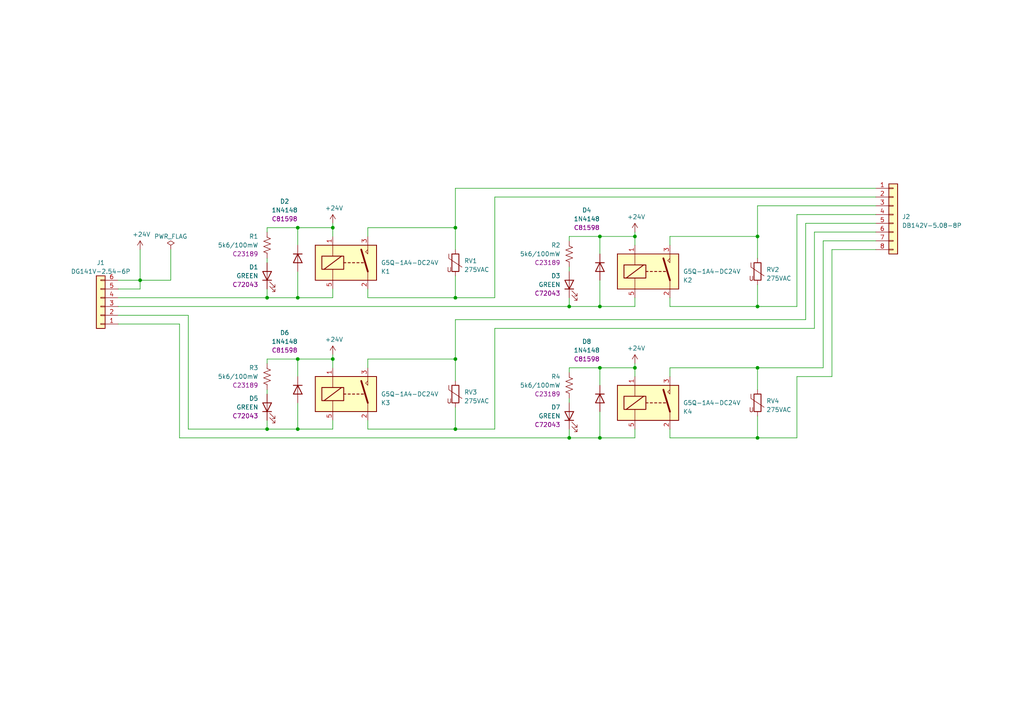
<source format=kicad_sch>
(kicad_sch (version 20230121) (generator eeschema)
  (paper "A4")
  (title_block (title "4x 24V 8A Relay Module") (date "2023-05-21") (rev "V1"))
  (lib_symbols
    (symbol "Connector_Generic:Conn_01x06" (pin_names (offset 1.016) hide)
      (property "Reference" "J" (at 0 7.62 0))
      (property "Value" "Conn_01x06" (at 0 -10.16 0))
      (symbol "Conn_01x06_1_1"
        (rectangle (start -1.27 -7.493) (end 0 -7.747) (stroke (width 0.1524)))
        (rectangle (start -1.27 -4.953) (end 0 -5.207) (stroke (width 0.1524)))
        (rectangle (start -1.27 -2.413) (end 0 -2.667) (stroke (width 0.1524)))
        (rectangle (start -1.27 0.127) (end 0 -0.127) (stroke (width 0.1524)))
        (rectangle (start -1.27 2.667) (end 0 2.413) (stroke (width 0.1524)))
        (rectangle (start -1.27 5.207) (end 0 4.953) (stroke (width 0.1524)))
        (rectangle (start -1.27 6.35) (end 1.27 -8.89) (stroke (width 0.254)) (fill (type background)))
        (pin passive line (at -5.08 5.08 0) (length 3.81) (name "Pin_1") (number "1"))
        (pin passive line (at -5.08 2.54 0) (length 3.81) (name "Pin_2") (number "2"))
        (pin passive line (at -5.08 0 0) (length 3.81) (name "Pin_3") (number "3"))
        (pin passive line (at -5.08 -2.54 0) (length 3.81) (name "Pin_4") (number "4"))
        (pin passive line (at -5.08 -5.08 0) (length 3.81) (name "Pin_5") (number "5"))
        (pin passive line (at -5.08 -7.62 0) (length 3.81) (name "Pin_6") (number "6"))
      )
    )
    (symbol "Connector_Generic:Conn_01x08" (pin_names (offset 1.016) hide)
      (property "Reference" "J" (at 0 10.16 0))
      (property "Value" "Conn_01x08" (at 0 -12.7 0))
      (symbol "Conn_01x08_1_1"
        (rectangle (start -1.27 -10.033) (end 0 -10.287) (stroke (width 0.1524)))
        (rectangle (start -1.27 -7.493) (end 0 -7.747) (stroke (width 0.1524)))
        (rectangle (start -1.27 -4.953) (end 0 -5.207) (stroke (width 0.1524)))
        (rectangle (start -1.27 -2.413) (end 0 -2.667) (stroke (width 0.1524)))
        (rectangle (start -1.27 0.127) (end 0 -0.127) (stroke (width 0.1524)))
        (rectangle (start -1.27 2.667) (end 0 2.413) (stroke (width 0.1524)))
        (rectangle (start -1.27 5.207) (end 0 4.953) (stroke (width 0.1524)))
        (rectangle (start -1.27 7.747) (end 0 7.493) (stroke (width 0.1524)))
        (rectangle (start -1.27 8.89) (end 1.27 -11.43) (stroke (width 0.254)) (fill (type background)))
        (pin passive line (at -5.08 7.62 0) (length 3.81) (name "Pin_1") (number "1"))
        (pin passive line (at -5.08 5.08 0) (length 3.81) (name "Pin_2") (number "2"))
        (pin passive line (at -5.08 2.54 0) (length 3.81) (name "Pin_3") (number "3"))
        (pin passive line (at -5.08 0 0) (length 3.81) (name "Pin_4") (number "4"))
        (pin passive line (at -5.08 -2.54 0) (length 3.81) (name "Pin_5") (number "5"))
        (pin passive line (at -5.08 -5.08 0) (length 3.81) (name "Pin_6") (number "6"))
        (pin passive line (at -5.08 -7.62 0) (length 3.81) (name "Pin_7") (number "7"))
        (pin passive line (at -5.08 -10.16 0) (length 3.81) (name "Pin_8") (number "8"))
      )
    )
    (symbol "Device:D" (pin_numbers hide) (pin_names (offset 1.016) hide)
      (property "Reference" "D" (at 0 2.54 0))
      (property "Value" "D" (at 0 -2.54 0))
      (symbol "D_0_1"
        (polyline (pts (xy -1.27 1.27) (xy -1.27 -1.27)) (stroke (width 0.254)))
        (polyline (pts (xy 1.27 0) (xy -1.27 0)))
        (polyline (pts (xy 1.27 1.27) (xy 1.27 -1.27) (xy -1.27 0) (xy 1.27 1.27)) (stroke (width 0.254)))
      )
      (symbol "D_1_1"
        (pin passive line (at -3.81 0 0) (length 2.54) (name "K") (number "1"))
        (pin passive line (at 3.81 0 180) (length 2.54) (name "A") (number "2"))
      )
    )
    (symbol "Device:LED" (pin_numbers hide) (pin_names (offset 1.016) hide)
      (property "Reference" "D" (at 0 2.54 0))
      (property "Value" "LED" (at 0 -2.54 0))
      (symbol "LED_0_1"
        (polyline (pts (xy -1.27 -1.27) (xy -1.27 1.27)) (stroke (width 0.254)))
        (polyline (pts (xy -1.27 0) (xy 1.27 0)))
        (polyline (pts (xy 1.27 -1.27) (xy 1.27 1.27) (xy -1.27 0) (xy 1.27 -1.27)) (stroke (width 0.254)))
        (polyline (pts (xy -3.048 -0.762) (xy -4.572 -2.286) (xy -3.81 -2.286) (xy -4.572 -2.286) (xy -4.572 -1.524)))
        (polyline (pts (xy -1.778 -0.762) (xy -3.302 -2.286) (xy -2.54 -2.286) (xy -3.302 -2.286) (xy -3.302 -1.524)))
      )
      (symbol "LED_1_1"
        (pin passive line (at -3.81 0 0) (length 2.54) (name "K") (number "1"))
        (pin passive line (at 3.81 0 180) (length 2.54) (name "A") (number "2"))
      )
    )
    (symbol "Device:R_US" (pin_numbers hide) (pin_names (offset 0))
      (property "Reference" "R" (at 2.54 0 90))
      (property "Value" "R_US" (at -2.54 0 90))
      (symbol "R_US_0_1"
        (polyline (pts (xy 0 -2.286) (xy 0 -2.54)))
        (polyline (pts (xy 0 2.286) (xy 0 2.54)))
        (polyline (pts (xy 0 -0.762) (xy 1.016 -1.143) (xy 0 -1.524) (xy -1.016 -1.905) (xy 0 -2.286)))
        (polyline (pts (xy 0 0.762) (xy 1.016 0.381) (xy 0 0) (xy -1.016 -0.381) (xy 0 -0.762)))
        (polyline (pts (xy 0 2.286) (xy 1.016 1.905) (xy 0 1.524) (xy -1.016 1.143) (xy 0 0.762)))
      )
      (symbol "R_US_1_1"
        (pin passive line (at 0 3.81 270) (length 1.27) (name "~") (number "1"))
        (pin passive line (at 0 -3.81 90) (length 1.27) (name "~") (number "2"))
      )
    )
    (symbol "Device:Varistor" (pin_numbers hide) (pin_names (offset 0))
      (property "Reference" "RV" (at 3.175 0 90))
      (property "Value" "Varistor" (at -3.175 0 90))
      (symbol "Varistor_0_0"
        (text "U" (at -1.778 -2.032 0) (effects (font (size 1.27 1.27))))
      )
      (symbol "Varistor_0_1"
        (rectangle (start -1.016 -2.54) (end 1.016 2.54) (stroke (width 0.254)))
        (polyline (pts (xy -1.905 2.54) (xy -1.905 1.27) (xy 1.905 -1.27)))
      )
      (symbol "Varistor_1_1"
        (pin passive line (at 0 3.81 270) (length 1.27) (name "~") (number "1"))
        (pin passive line (at 0 -3.81 90) (length 1.27) (name "~") (number "2"))
      )
    )
    (symbol "Tales:G5Q-1A"
      (property "Reference" "K" (at 8.89 3.81 0))
      (property "Value" "G5Q-1A" (at 8.89 1.27 0))
      (symbol "G5Q-1A_0_0"
        (polyline (pts (xy 5.08 5.08) (xy 5.08 2.54) (xy 4.445 3.175) (xy 5.08 3.81)))
      )
      (symbol "G5Q-1A_0_1"
        (rectangle (start -10.16 5.08) (end 7.62 -5.08) (stroke (width 0.254)) (fill (type background)))
        (rectangle (start -8.255 1.905) (end -1.905 -1.905) (stroke (width 0.254)))
        (polyline (pts (xy -7.62 -1.905) (xy -2.54 1.905)) (stroke (width 0.254)))
        (polyline (pts (xy -5.08 -5.08) (xy -5.08 -1.905)))
        (polyline (pts (xy -5.08 5.08) (xy -5.08 1.905)))
        (polyline (pts (xy -1.905 0) (xy -1.27 0)) (stroke (width 0.254)))
        (polyline (pts (xy -0.635 0) (xy 0 0)) (stroke (width 0.254)))
        (polyline (pts (xy 0.635 0) (xy 1.27 0)) (stroke (width 0.254)))
        (polyline (pts (xy 1.905 0) (xy 2.54 0)) (stroke (width 0.254)))
        (polyline (pts (xy 3.175 0) (xy 3.81 0)) (stroke (width 0.254)))
        (polyline (pts (xy 5.08 -2.54) (xy 3.175 3.81)) (stroke (width 0.508)))
        (polyline (pts (xy 5.08 -2.54) (xy 5.08 -5.08)))
      )
      (symbol "G5Q-1A_1_1"
        (pin passive line (at -5.08 7.62 270) (length 2.54) (name "~") (number "1"))
        (pin passive line (at 5.08 -7.62 90) (length 2.54) (name "~") (number "2"))
        (pin passive line (at 5.08 7.62 270) (length 2.54) (name "~") (number "3"))
        (pin passive line (at -5.08 -7.62 90) (length 2.54) (name "~") (number "5"))
      )
    )
    (symbol "power:+24V" (power) (pin_names (offset 0))
      (property "Value" "+24V" (at 0 3.556 0))
      (symbol "+24V_0_1"
        (polyline (pts (xy -0.762 1.27) (xy 0 2.54)))
        (polyline (pts (xy 0 0) (xy 0 2.54)))
        (polyline (pts (xy 0 2.54) (xy 0.762 1.27)))
      )
      (symbol "+24V_1_1"
        (pin power_in line (at 0 0 90) (length 0) hide (name "+24V") (number "1"))
      )
    )
    (symbol "power:PWR_FLAG" (power) (pin_numbers hide) (pin_names (offset 0) hide)
      (property "Value" "PWR_FLAG" (at 0 3.81 0))
      (symbol "PWR_FLAG_0_0"
        (pin power_out line (at 0 0 90) (length 0) (name "pwr") (number "1"))
      )
      (symbol "PWR_FLAG_0_1"
        (polyline (pts (xy 0 0) (xy 0 1.27) (xy -1.016 1.905) (xy 0 2.54) (xy 1.016 1.905) (xy 0 1.27)))
      )
    )
  )
  (junction (at 77.47 124.46))
  (junction (at 184.15 68.58))
  (junction (at 132.08 104.14))
  (junction (at 173.99 88.9))
  (junction (at 219.71 88.9))
  (junction (at 219.71 106.68))
  (junction (at 173.99 106.68))
  (junction (at 86.36 124.46))
  (junction (at 96.52 104.14))
  (junction (at 86.36 104.14))
  (junction (at 132.08 86.36))
  (junction (at 86.36 66.04))
  (junction (at 96.52 66.04))
  (junction (at 219.71 127))
  (junction (at 219.71 68.58))
  (junction (at 165.1 88.9))
  (junction (at 165.1 127))
  (junction (at 173.99 127))
  (junction (at 40.64 81.28))
  (junction (at 184.15 106.68))
  (junction (at 132.08 124.46))
  (junction (at 132.08 66.04))
  (junction (at 86.36 86.36))
  (junction (at 173.99 68.58))
  (junction (at 77.47 86.36))
  (wire (pts (xy 77.47 86.36) (xy 86.36 86.36)))
  (wire (pts (xy 132.08 124.46) (xy 106.68 124.46)))
  (wire (pts (xy 54.61 124.46) (xy 77.47 124.46)))
  (wire (pts (xy 96.52 102.87) (xy 96.52 104.14)))
  (wire (pts (xy 165.1 77.47) (xy 165.1 78.74)))
  (wire (pts (xy 96.52 121.92) (xy 96.52 124.46)))
  (wire (pts (xy 77.47 121.92) (xy 77.47 124.46)))
  (wire (pts (xy 143.51 57.15) (xy 143.51 86.36)))
  (wire (pts (xy 132.08 92.71) (xy 233.68 92.71)))
  (wire (pts (xy 173.99 119.38) (xy 173.99 127)))
  (wire (pts (xy 173.99 88.9) (xy 184.15 88.9)))
  (wire (pts (xy 194.31 106.68) (xy 194.31 109.22)))
  (wire (pts (xy 86.36 71.12) (xy 86.36 66.04)))
  (wire (pts (xy 184.15 86.36) (xy 184.15 88.9)))
  (wire (pts (xy 34.29 88.9) (xy 165.1 88.9)))
  (wire (pts (xy 40.64 72.39) (xy 40.64 81.28)))
  (wire (pts (xy 34.29 86.36) (xy 77.47 86.36)))
  (wire (pts (xy 165.1 106.68) (xy 165.1 107.95)))
  (wire (pts (xy 194.31 68.58) (xy 194.31 71.12)))
  (wire (pts (xy 34.29 81.28) (xy 40.64 81.28)))
  (wire (pts (xy 132.08 86.36) (xy 106.68 86.36)))
  (wire (pts (xy 143.51 124.46) (xy 132.08 124.46)))
  (wire (pts (xy 132.08 54.61) (xy 254 54.61)))
  (wire (pts (xy 184.15 67.31) (xy 184.15 68.58)))
  (wire (pts (xy 86.36 66.04) (xy 96.52 66.04)))
  (wire (pts (xy 54.61 124.46) (xy 54.61 91.44)))
  (wire (pts (xy 77.47 104.14) (xy 77.47 105.41)))
  (wire (pts (xy 219.71 113.03) (xy 219.71 106.68)))
  (wire (pts (xy 77.47 104.14) (xy 86.36 104.14)))
  (wire (pts (xy 132.08 54.61) (xy 132.08 66.04)))
  (wire (pts (xy 184.15 106.68) (xy 184.15 109.22)))
  (wire (pts (xy 165.1 127) (xy 173.99 127)))
  (wire (pts (xy 194.31 68.58) (xy 219.71 68.58)))
  (wire (pts (xy 219.71 88.9) (xy 194.31 88.9)))
  (wire (pts (xy 219.71 82.55) (xy 219.71 88.9)))
  (wire (pts (xy 96.52 83.82) (xy 96.52 86.36)))
  (wire (pts (xy 173.99 68.58) (xy 184.15 68.58)))
  (wire (pts (xy 77.47 66.04) (xy 86.36 66.04)))
  (wire (pts (xy 165.1 68.58) (xy 165.1 69.85)))
  (wire (pts (xy 173.99 73.66) (xy 173.99 68.58)))
  (wire (pts (xy 165.1 68.58) (xy 173.99 68.58)))
  (wire (pts (xy 77.47 66.04) (xy 77.47 67.31)))
  (wire (pts (xy 143.51 95.25) (xy 236.22 95.25)))
  (wire (pts (xy 173.99 111.76) (xy 173.99 106.68)))
  (wire (pts (xy 52.07 127) (xy 165.1 127)))
  (wire (pts (xy 238.76 69.85) (xy 238.76 106.68)))
  (wire (pts (xy 173.99 106.68) (xy 184.15 106.68)))
  (wire (pts (xy 106.68 104.14) (xy 132.08 104.14)))
  (wire (pts (xy 236.22 67.31) (xy 254 67.31)))
  (wire (pts (xy 241.3 72.39) (xy 241.3 109.22)))
  (wire (pts (xy 96.52 66.04) (xy 96.52 68.58)))
  (wire (pts (xy 54.61 91.44) (xy 34.29 91.44)))
  (wire (pts (xy 194.31 106.68) (xy 219.71 106.68)))
  (wire (pts (xy 231.14 109.22) (xy 241.3 109.22)))
  (wire (pts (xy 233.68 64.77) (xy 233.68 92.71)))
  (wire (pts (xy 77.47 74.93) (xy 77.47 76.2)))
  (wire (pts (xy 184.15 124.46) (xy 184.15 127)))
  (wire (pts (xy 219.71 59.69) (xy 254 59.69)))
  (wire (pts (xy 132.08 110.49) (xy 132.08 104.14)))
  (wire (pts (xy 106.68 104.14) (xy 106.68 106.68)))
  (wire (pts (xy 96.52 64.77) (xy 96.52 66.04)))
  (wire (pts (xy 165.1 106.68) (xy 173.99 106.68)))
  (wire (pts (xy 106.68 83.82) (xy 106.68 86.36)))
  (wire (pts (xy 132.08 72.39) (xy 132.08 66.04)))
  (wire (pts (xy 132.08 118.11) (xy 132.08 124.46)))
  (wire (pts (xy 184.15 105.41) (xy 184.15 106.68)))
  (wire (pts (xy 238.76 69.85) (xy 254 69.85)))
  (wire (pts (xy 231.14 88.9) (xy 219.71 88.9)))
  (wire (pts (xy 132.08 80.01) (xy 132.08 86.36)))
  (wire (pts (xy 194.31 124.46) (xy 194.31 127)))
  (wire (pts (xy 231.14 62.23) (xy 231.14 88.9)))
  (wire (pts (xy 86.36 104.14) (xy 96.52 104.14)))
  (wire (pts (xy 86.36 116.84) (xy 86.36 124.46)))
  (wire (pts (xy 143.51 57.15) (xy 254 57.15)))
  (wire (pts (xy 165.1 86.36) (xy 165.1 88.9)))
  (wire (pts (xy 86.36 109.22) (xy 86.36 104.14)))
  (wire (pts (xy 86.36 124.46) (xy 96.52 124.46)))
  (wire (pts (xy 34.29 83.82) (xy 40.64 83.82)))
  (wire (pts (xy 173.99 81.28) (xy 173.99 88.9)))
  (wire (pts (xy 231.14 127) (xy 219.71 127)))
  (wire (pts (xy 219.71 74.93) (xy 219.71 68.58)))
  (wire (pts (xy 241.3 72.39) (xy 254 72.39)))
  (wire (pts (xy 233.68 64.77) (xy 254 64.77)))
  (wire (pts (xy 165.1 124.46) (xy 165.1 127)))
  (wire (pts (xy 236.22 67.31) (xy 236.22 95.25)))
  (wire (pts (xy 194.31 86.36) (xy 194.31 88.9)))
  (wire (pts (xy 231.14 109.22) (xy 231.14 127)))
  (wire (pts (xy 254 62.23) (xy 231.14 62.23)))
  (wire (pts (xy 52.07 93.98) (xy 34.29 93.98)))
  (wire (pts (xy 106.68 66.04) (xy 106.68 68.58)))
  (wire (pts (xy 49.53 72.39) (xy 49.53 81.28)))
  (wire (pts (xy 49.53 81.28) (xy 40.64 81.28)))
  (wire (pts (xy 77.47 113.03) (xy 77.47 114.3)))
  (wire (pts (xy 173.99 127) (xy 184.15 127)))
  (wire (pts (xy 219.71 59.69) (xy 219.71 68.58)))
  (wire (pts (xy 219.71 106.68) (xy 238.76 106.68)))
  (wire (pts (xy 86.36 86.36) (xy 96.52 86.36)))
  (wire (pts (xy 184.15 68.58) (xy 184.15 71.12)))
  (wire (pts (xy 77.47 124.46) (xy 86.36 124.46)))
  (wire (pts (xy 165.1 88.9) (xy 173.99 88.9)))
  (wire (pts (xy 52.07 127) (xy 52.07 93.98)))
  (wire (pts (xy 219.71 127) (xy 194.31 127)))
  (wire (pts (xy 165.1 115.57) (xy 165.1 116.84)))
  (wire (pts (xy 96.52 104.14) (xy 96.52 106.68)))
  (wire (pts (xy 132.08 92.71) (xy 132.08 104.14)))
  (wire (pts (xy 106.68 66.04) (xy 132.08 66.04)))
  (wire (pts (xy 143.51 86.36) (xy 132.08 86.36)))
  (wire (pts (xy 143.51 95.25) (xy 143.51 124.46)))
  (wire (pts (xy 77.47 83.82) (xy 77.47 86.36)))
  (wire (pts (xy 86.36 78.74) (xy 86.36 86.36)))
  (wire (pts (xy 219.71 120.65) (xy 219.71 127)))
  (wire (pts (xy 40.64 83.82) (xy 40.64 81.28)))
  (wire (pts (xy 106.68 121.92) (xy 106.68 124.46)))
  (symbol (lib_id "power:+24V") (at 96.52 64.77 0) (unit 1)
    (property "Reference" "#PWR0103" (effects hide))
    (property "Value" "+24V" (at 96.901 60.3758 0))
  )
  (symbol (lib_id "Device:LED") (at 165.1 120.65 90) (unit 1)
    (property "Reference" "D7" (at 162.56 118.11 90) (effects (justify left)))
    (property "Value" "GREEN" (at 162.56 120.65 90) (effects (justify left)))
    (property "Footprint" "Tales:LED_0603_1608Metric" (effects hide))
    (property "Mfr" "Everlight" (effects hide))
    (property "Mfr PN" "19-217/GHC-YR1S2/3T" (effects hide))
    (property "Vendor" "JLCPCB" (effects hide))
    (property "Vendor PN" "C72043" (effects hide))
    (property "LCSC Part #" "C72043" (at 162.56 123.19 90) (effects (justify left)))
    (property "JLCPCB BOM" "1" (effects hide))
    (property "Package" "0603/1608" (effects hide))
  )
  (symbol (lib_id "Tales:G5Q-1A") (at 101.6 114.3 0) (unit 1)
    (property "Reference" "K3" (at 110.49 116.84 0) (effects (justify left)))
    (property "Value" "G5Q-1A4-DC24V" (at 110.49 114.3 0) (effects (justify left)))
    (property "Footprint" "Tales:Relay_SPST_Omron-G5Q-1A" (effects hide))
    (property "Mfr" "Omron Electronics" (effects hide))
    (property "Mfr PN" "G5Q-1A4-DC24V" (effects hide))
    (property "Vendor" "JLCPCB" (effects hide))
    (property "Vendor PN" "C2931104" (effects hide))
    (property "JLCPCB BOM" "1" (effects hide))
    (property "LCSC Part #" "C2931104" (effects hide))
  )
  (symbol (lib_id "Device:D") (at 86.36 74.93 270) (unit 1)
    (property "Reference" "D2" (at 82.55 58.42 90))
    (property "Value" "1N4148" (at 82.55 60.96 90))
    (property "Footprint" "Tales:D_SOD-123" (effects hide))
    (property "Vendor" "JLCPCB" (effects hide))
    (property "Mfr" "Semtech" (effects hide))
    (property "Mfr PN" "1N4148W" (effects hide))
    (property "Vendor PN" "C81598" (effects hide))
    (property "LCSC Part #" "C81598" (at 82.55 63.5 90))
    (property "JLCPCB BOM" "1" (effects hide))
    (property "Package" "SOD-123" (effects hide))
  )
  (symbol (lib_id "Connector_Generic:Conn_01x06") (at 29.21 88.9 180) (unit 1)
    (property "Reference" "J1" (at 29.21 76.2 0))
    (property "Value" "DG141V-2.54-6P" (at 29.21 78.74 0))
    (property "Footprint" "Tales:TerminalBlock_Dibo_DB141V-2.54-6P_1x06_P2.54mm_Vertical" (effects hide))
    (property "JLCPCB BOM" "1" (effects hide))
    (property "LCSC Part #" "C2898747" (effects hide))
    (property "Mfr" "DIBO" (effects hide))
    (property "Mfr PN" "DB141V-2.54-5P" (effects hide))
    (property "Vendor" "JLCPCB" (effects hide))
    (property "Vendor PN" "C2898747" (effects hide))
  )
  (symbol (lib_id "Device:R_US") (at 77.47 71.12 0) (unit 1)
    (property "Reference" "R1" (at 74.93 68.58 0) (effects (justify right)))
    (property "Value" "5k6/100mW" (at 74.93 71.12 0) (effects (justify right)))
    (property "Footprint" "Tales:R_0603_1608Metric" (effects hide))
    (property "Mfr" "Uniroyal" (effects hide))
    (property "Vendor" "JLCPCB" (effects hide))
    (property "Mfr PN" "0805W8F4701T5E" (effects hide))
    (property "Vendor PN" "C23189" (effects hide))
    (property "LCSC Part #" "C23189" (at 74.93 73.66 0) (effects (justify right)))
    (property "JLCPCB BOM" "1" (effects hide))
    (property "Package" "0603/1608" (effects hide))
  )
  (symbol (lib_id "power:+24V") (at 184.15 67.31 0) (unit 1)
    (property "Reference" "#PWR0101" (effects hide))
    (property "Value" "+24V" (at 184.531 62.9158 0))
  )
  (symbol (lib_id "power:PWR_FLAG") (at 49.53 72.39 0) (unit 1)
    (property "Reference" "#FLG0101" (effects hide))
    (property "Value" "PWR_FLAG" (at 49.53 68.58 0))
  )
  (symbol (lib_id "Device:LED") (at 77.47 118.11 90) (unit 1)
    (property "Reference" "D5" (at 74.93 115.57 90) (effects (justify left)))
    (property "Value" "GREEN" (at 74.93 118.11 90) (effects (justify left)))
    (property "Footprint" "Tales:LED_0603_1608Metric" (effects hide))
    (property "Mfr" "Everlight" (effects hide))
    (property "Mfr PN" "19-217/GHC-YR1S2/3T" (effects hide))
    (property "Vendor" "JLCPCB" (effects hide))
    (property "Vendor PN" "C72043" (effects hide))
    (property "LCSC Part #" "C72043" (at 74.93 120.65 90) (effects (justify left)))
    (property "JLCPCB BOM" "1" (effects hide))
    (property "Package" "0603/1608" (effects hide))
  )
  (symbol (lib_id "Device:R_US") (at 77.47 109.22 0) (unit 1)
    (property "Reference" "R3" (at 74.93 106.68 0) (effects (justify right)))
    (property "Value" "5k6/100mW" (at 74.93 109.22 0) (effects (justify right)))
    (property "Footprint" "Tales:R_0603_1608Metric" (effects hide))
    (property "Mfr" "Uniroyal" (effects hide))
    (property "Vendor" "JLCPCB" (effects hide))
    (property "Mfr PN" "0805W8F4701T5E" (effects hide))
    (property "Vendor PN" "C23189" (effects hide))
    (property "LCSC Part #" "C23189" (at 74.93 111.76 0) (effects (justify right)))
    (property "JLCPCB BOM" "1" (effects hide))
    (property "Package" "0603/1608" (effects hide))
  )
  (symbol (lib_id "Tales:G5Q-1A") (at 189.23 116.84 0) (unit 1)
    (property "Reference" "K4" (at 198.12 119.38 0) (effects (justify left)))
    (property "Value" "G5Q-1A4-DC24V" (at 198.12 116.84 0) (effects (justify left)))
    (property "Footprint" "Tales:Relay_SPST_Omron-G5Q-1A" (effects hide))
    (property "Mfr" "Omron Electronics" (effects hide))
    (property "Mfr PN" "G5Q-1A4-DC24V" (effects hide))
    (property "Vendor" "JLCPCB" (effects hide))
    (property "Vendor PN" "C2931104" (effects hide))
    (property "JLCPCB BOM" "1" (effects hide))
    (property "LCSC Part #" "C2931104" (effects hide))
  )
  (symbol (lib_id "Tales:G5Q-1A") (at 101.6 76.2 0) (unit 1)
    (property "Reference" "K1" (at 110.49 78.74 0) (effects (justify left)))
    (property "Value" "G5Q-1A4-DC24V" (at 110.49 76.2 0) (effects (justify left)))
    (property "Footprint" "Tales:Relay_SPST_Omron-G5Q-1A" (effects hide))
    (property "Mfr" "Omron Electronics" (effects hide))
    (property "Mfr PN" "G5Q-1A4-DC24V" (effects hide))
    (property "Vendor" "JLCPCB" (effects hide))
    (property "Vendor PN" "C2931104" (effects hide))
    (property "JLCPCB BOM" "1" (effects hide))
    (property "LCSC Part #" "C2931104" (effects hide))
  )
  (symbol (lib_id "power:+24V") (at 184.15 105.41 0) (unit 1)
    (property "Reference" "#PWR0105" (effects hide))
    (property "Value" "+24V" (at 184.531 101.0158 0))
  )
  (symbol (lib_id "Device:Varistor") (at 219.71 116.84 0) (unit 1)
    (property "Reference" "RV4" (at 222.25 116.3042 0) (effects (justify left)))
    (property "Value" "275VAC" (at 222.25 118.8442 0) (effects (justify left)))
    (property "Footprint" "Tales:RV_Disc_D9.50mm_W3.6mm_P5.08mm" (effects hide))
    (property "Mfr" "Dersonic" (effects hide))
    (property "Mfr PN" "RM07D431KC1IE100" (effects hide))
    (property "Technology" "MOV" (effects hide))
    (property "Vendor" "JLCPCB" (effects hide))
    (property "Vendor PN" "C2761646" (effects hide))
    (property "JLCPCB BOM" "1" (effects hide))
    (property "Package" "9.5X5.08mm" (effects hide))
    (property "LCSC Part #" "C2761646" (effects hide))
  )
  (symbol (lib_id "Device:R_US") (at 165.1 111.76 0) (unit 1)
    (property "Reference" "R4" (at 162.56 109.22 0) (effects (justify right)))
    (property "Value" "5k6/100mW" (at 162.56 111.76 0) (effects (justify right)))
    (property "Footprint" "Tales:R_0603_1608Metric" (effects hide))
    (property "Mfr" "Uniroyal" (effects hide))
    (property "Vendor" "JLCPCB" (effects hide))
    (property "Mfr PN" "0805W8F4701T5E" (effects hide))
    (property "Vendor PN" "C23189" (effects hide))
    (property "LCSC Part #" "C23189" (at 162.56 114.3 0) (effects (justify right)))
    (property "JLCPCB BOM" "1" (effects hide))
    (property "Package" "0603/1608" (effects hide))
  )
  (symbol (lib_id "Device:LED") (at 77.47 80.01 90) (unit 1)
    (property "Reference" "D1" (at 74.93 77.47 90) (effects (justify left)))
    (property "Value" "GREEN" (at 74.93 80.01 90) (effects (justify left)))
    (property "Footprint" "Tales:LED_0603_1608Metric" (effects hide))
    (property "Mfr" "Everlight" (effects hide))
    (property "Mfr PN" "19-217/GHC-YR1S2/3T" (effects hide))
    (property "Vendor" "JLCPCB" (effects hide))
    (property "Vendor PN" "C72043" (effects hide))
    (property "LCSC Part #" "C72043" (at 74.93 82.55 90) (effects (justify left)))
    (property "JLCPCB BOM" "1" (effects hide))
    (property "Package" "0603/1608" (effects hide))
  )
  (symbol (lib_id "Device:Varistor") (at 219.71 78.74 0) (unit 1)
    (property "Reference" "RV2" (at 222.25 78.2042 0) (effects (justify left)))
    (property "Value" "275VAC" (at 222.25 80.7442 0) (effects (justify left)))
    (property "Footprint" "Tales:RV_Disc_D9.50mm_W3.6mm_P5.08mm" (effects hide))
    (property "Mfr" "Dersonic" (effects hide))
    (property "Mfr PN" "RM07D431KC1IE100" (effects hide))
    (property "Technology" "MOV" (effects hide))
    (property "Vendor" "JLCPCB" (effects hide))
    (property "Vendor PN" "C2761646" (effects hide))
    (property "JLCPCB BOM" "1" (effects hide))
    (property "Package" "9.5X5.08mm" (effects hide))
    (property "LCSC Part #" "C2761646" (effects hide))
  )
  (symbol (lib_id "Connector_Generic:Conn_01x08") (at 259.08 62.23 0) (unit 1)
    (property "Reference" "J2" (at 261.62 62.865 0) (effects (justify left)))
    (property "Value" "DB142V-5.08-8P" (at 261.62 65.405 0) (effects (justify left)))
    (property "Footprint" "Tales:TerminalBlock_Dibo_DB142V-5.08-8P_1x08_P5.08mm_Vertical" (effects hide))
    (property "Mfr" "DIBO" (effects hide))
    (property "Mfr PN" "DB142V-5.08-8P" (effects hide))
    (property "Vendor" "JLCPCB" (effects hide))
    (property "Vendor PN" "C2898705" (effects hide))
    (property "JLCPCB BOM" "1" (effects hide))
    (property "LCSC Part #" "C2898705" (effects hide))
  )
  (symbol (lib_id "Device:R_US") (at 165.1 73.66 0) (unit 1)
    (property "Reference" "R2" (at 162.56 71.12 0) (effects (justify right)))
    (property "Value" "5k6/100mW" (at 162.56 73.66 0) (effects (justify right)))
    (property "Footprint" "Tales:R_0603_1608Metric" (effects hide))
    (property "Mfr" "Uniroyal" (effects hide))
    (property "Vendor" "JLCPCB" (effects hide))
    (property "Mfr PN" "0805W8F4701T5E" (effects hide))
    (property "Vendor PN" "C23189" (effects hide))
    (property "LCSC Part #" "C23189" (at 162.56 76.2 0) (effects (justify right)))
    (property "JLCPCB BOM" "1" (effects hide))
    (property "Package" "0603/1608" (effects hide))
  )
  (symbol (lib_id "power:+24V") (at 96.52 102.87 0) (unit 1)
    (property "Reference" "#PWR0104" (effects hide))
    (property "Value" "+24V" (at 96.901 98.4758 0))
  )
  (symbol (lib_id "Device:D") (at 173.99 115.57 270) (unit 1)
    (property "Reference" "D8" (at 170.18 99.06 90))
    (property "Value" "1N4148" (at 170.18 101.6 90))
    (property "Footprint" "Tales:D_SOD-123" (effects hide))
    (property "Vendor" "JLCPCB" (effects hide))
    (property "Mfr" "Semtech" (effects hide))
    (property "Mfr PN" "1N4148W" (effects hide))
    (property "Vendor PN" "C81598" (effects hide))
    (property "LCSC Part #" "C81598" (at 170.18 104.14 90))
    (property "JLCPCB BOM" "1" (effects hide))
    (property "Package" "SOD-123" (effects hide))
  )
  (symbol (lib_id "power:+24V") (at 40.64 72.39 0) (unit 1)
    (property "Reference" "#PWR0102" (effects hide))
    (property "Value" "+24V" (at 41.021 67.9958 0))
  )
  (symbol (lib_id "Device:D") (at 86.36 113.03 270) (unit 1)
    (property "Reference" "D6" (at 82.55 96.52 90))
    (property "Value" "1N4148" (at 82.55 99.06 90))
    (property "Footprint" "Tales:D_SOD-123" (effects hide))
    (property "Vendor" "JLCPCB" (effects hide))
    (property "Mfr" "Semtech" (effects hide))
    (property "Mfr PN" "1N4148W" (effects hide))
    (property "Vendor PN" "C81598" (effects hide))
    (property "LCSC Part #" "C81598" (at 82.55 101.6 90))
    (property "JLCPCB BOM" "1" (effects hide))
    (property "Package" "SOD-123" (effects hide))
  )
  (symbol (lib_id "Device:LED") (at 165.1 82.55 90) (unit 1)
    (property "Reference" "D3" (at 162.56 80.01 90) (effects (justify left)))
    (property "Value" "GREEN" (at 162.56 82.55 90) (effects (justify left)))
    (property "Footprint" "Tales:LED_0603_1608Metric" (effects hide))
    (property "Mfr" "Everlight" (effects hide))
    (property "Mfr PN" "19-217/GHC-YR1S2/3T" (effects hide))
    (property "Vendor" "JLCPCB" (effects hide))
    (property "Vendor PN" "C72043" (effects hide))
    (property "LCSC Part #" "C72043" (at 162.56 85.09 90) (effects (justify left)))
    (property "JLCPCB BOM" "1" (effects hide))
    (property "Package" "0603/1608" (effects hide))
  )
  (symbol (lib_id "Device:D") (at 173.99 77.47 270) (unit 1)
    (property "Reference" "D4" (at 170.18 60.96 90))
    (property "Value" "1N4148" (at 170.18 63.5 90))
    (property "Footprint" "Tales:D_SOD-123" (effects hide))
    (property "Vendor" "JLCPCB" (effects hide))
    (property "Mfr" "Semtech" (effects hide))
    (property "Mfr PN" "1N4148W" (effects hide))
    (property "Vendor PN" "C81598" (effects hide))
    (property "LCSC Part #" "C81598" (at 170.18 66.04 90))
    (property "JLCPCB BOM" "1" (effects hide))
    (property "Package" "SOD-123" (effects hide))
  )
  (symbol (lib_id "Device:Varistor") (at 132.08 76.2 0) (unit 1)
    (property "Reference" "RV1" (at 134.62 75.6642 0) (effects (justify left)))
    (property "Value" "275VAC" (at 134.62 78.2042 0) (effects (justify left)))
    (property "Footprint" "Tales:RV_Disc_D9.50mm_W3.6mm_P5.08mm" (effects hide))
    (property "Mfr" "Dersonic" (effects hide))
    (property "Mfr PN" "RM07D431KC1IE100" (effects hide))
    (property "Technology" "MOV" (effects hide))
    (property "Vendor" "JLCPCB" (effects hide))
    (property "Vendor PN" "C2761646" (effects hide))
    (property "JLCPCB BOM" "1" (effects hide))
    (property "Package" "9.5X5.08mm" (effects hide))
    (property "LCSC Part #" "C2761646" (effects hide))
  )
  (symbol (lib_id "Device:Varistor") (at 132.08 114.3 0) (unit 1)
    (property "Reference" "RV3" (at 134.62 113.7642 0) (effects (justify left)))
    (property "Value" "275VAC" (at 134.62 116.3042 0) (effects (justify left)))
    (property "Footprint" "Tales:RV_Disc_D9.50mm_W3.6mm_P5.08mm" (effects hide))
    (property "Mfr" "Dersonic" (effects hide))
    (property "Mfr PN" "RM07D431KC1IE100" (effects hide))
    (property "Technology" "MOV" (effects hide))
    (property "Vendor" "JLCPCB" (effects hide))
    (property "Vendor PN" "C2761646" (effects hide))
    (property "JLCPCB BOM" "1" (effects hide))
    (property "Package" "9.5X5.08mm" (effects hide))
    (property "LCSC Part #" "C2761646" (effects hide))
  )
  (symbol (lib_id "Tales:G5Q-1A") (at 189.23 78.74 0) (unit 1)
    (property "Reference" "K2" (at 198.12 81.28 0) (effects (justify left)))
    (property "Value" "G5Q-1A4-DC24V" (at 198.12 78.74 0) (effects (justify left)))
    (property "Footprint" "Tales:Relay_SPST_Omron-G5Q-1A" (effects hide))
    (property "Mfr" "Omron Electronics" (effects hide))
    (property "Mfr PN" "G5Q-1A4-DC24V" (effects hide))
    (property "Vendor" "JLCPCB" (effects hide))
    (property "Vendor PN" "C2931104" (effects hide))
    (property "JLCPCB BOM" "1" (effects hide))
    (property "LCSC Part #" "C2931104" (effects hide))
  )
)
</source>
